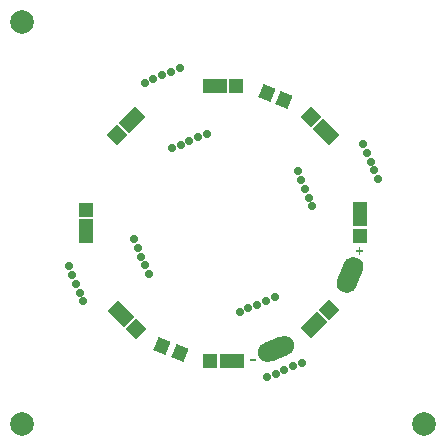
<source format=gts>
G04*
G04 #@! TF.GenerationSoftware,Altium Limited,Altium Designer,22.2.1 (43)*
G04*
G04 Layer_Color=8388736*
%FSLAX25Y25*%
%MOIN*%
G70*
G04*
G04 #@! TF.SameCoordinates,70B15B9A-0B0E-40B4-BC6F-C93E4DF4F8A9*
G04*
G04*
G04 #@! TF.FilePolarity,Negative*
G04*
G01*
G75*
%ADD35C,0.07874*%
%ADD36P,0.06699X4X360.0*%
G04:AMPARAMS|DCode=37|XSize=78.87mil|YSize=47.37mil|CornerRadius=0mil|HoleSize=0mil|Usage=FLASHONLY|Rotation=314.979|XOffset=0mil|YOffset=0mil|HoleType=Round|Shape=Rectangle|*
%AMROTATEDRECTD37*
4,1,4,-0.04463,0.01115,-0.01112,0.04464,0.04463,-0.01115,0.01112,-0.04464,-0.04463,0.01115,0.0*
%
%ADD37ROTATEDRECTD37*%

G04:AMPARAMS|DCode=38|XSize=43.43mil|YSize=47.37mil|CornerRadius=0mil|HoleSize=0mil|Usage=FLASHONLY|Rotation=157.500|XOffset=0mil|YOffset=0mil|HoleType=Round|Shape=Rectangle|*
%AMROTATEDRECTD38*
4,1,4,0.02913,0.01357,0.01100,-0.03019,-0.02913,-0.01357,-0.01100,0.03019,0.02913,0.01357,0.0*
%
%ADD38ROTATEDRECTD38*%

%ADD39R,0.04737X0.04737*%
%ADD40R,0.07887X0.04737*%
%ADD41P,0.06699X4X90.0*%
G04:AMPARAMS|DCode=42|XSize=78.87mil|YSize=47.37mil|CornerRadius=0mil|HoleSize=0mil|Usage=FLASHONLY|Rotation=44.979|XOffset=0mil|YOffset=0mil|HoleType=Round|Shape=Rectangle|*
%AMROTATEDRECTD42*
4,1,4,-0.01115,-0.04463,-0.04464,-0.01112,0.01115,0.04463,0.04464,0.01112,-0.01115,-0.04463,0.0*
%
%ADD42ROTATEDRECTD42*%

%ADD43R,0.04737X0.04737*%
%ADD44R,0.04737X0.07887*%
G04:AMPARAMS|DCode=45|XSize=43.43mil|YSize=47.37mil|CornerRadius=0mil|HoleSize=0mil|Usage=FLASHONLY|Rotation=157.500|XOffset=0mil|YOffset=0mil|HoleType=Round|Shape=Rectangle|*
%AMROTATEDRECTD45*
4,1,4,0.02913,0.01357,0.01100,-0.03019,-0.02913,-0.01357,-0.01100,0.03019,0.02913,0.01357,0.0*
%
%ADD45ROTATEDRECTD45*%

G04:AMPARAMS|DCode=46|XSize=126.11mil|YSize=67.06mil|CornerRadius=0mil|HoleSize=0mil|Usage=FLASHONLY|Rotation=22.500|XOffset=0mil|YOffset=0mil|HoleType=Round|Shape=Round|*
%AMOVALD46*
21,1,0.05906,0.06706,0.00000,0.00000,22.5*
1,1,0.06706,-0.02728,-0.01130*
1,1,0.06706,0.02728,0.01130*
%
%ADD46OVALD46*%

G04:AMPARAMS|DCode=47|XSize=126.11mil|YSize=67.06mil|CornerRadius=0mil|HoleSize=0mil|Usage=FLASHONLY|Rotation=67.500|XOffset=0mil|YOffset=0mil|HoleType=Round|Shape=Round|*
%AMOVALD47*
21,1,0.05906,0.06706,0.00000,0.00000,67.5*
1,1,0.06706,-0.01130,-0.02728*
1,1,0.06706,0.01130,0.02728*
%
%ADD47OVALD47*%

%ADD48C,0.02769*%
G36*
X89535Y32697D02*
X87630D01*
Y33320D01*
X89535D01*
Y32697D01*
D02*
G37*
G36*
X124368Y69587D02*
X125412D01*
Y69146D01*
X124368D01*
Y68093D01*
X123922D01*
Y69146D01*
X122878D01*
Y69587D01*
X123922D01*
Y70631D01*
X124368D01*
Y69587D01*
D02*
G37*
D35*
X11811Y145669D02*
D03*
X145669Y11811D02*
D03*
X11811D02*
D03*
D36*
X107972Y114097D02*
D03*
X49506Y43382D02*
D03*
D37*
X112981Y109084D02*
D03*
X44500Y48398D02*
D03*
D38*
X99127Y119728D02*
D03*
X93307Y122138D02*
D03*
D39*
X83071Y124409D02*
D03*
X74410Y32677D02*
D03*
D40*
X75984Y124409D02*
D03*
X81496Y32677D02*
D03*
D41*
X43384Y107972D02*
D03*
X114095Y49509D02*
D03*
D42*
X48397Y112981D02*
D03*
X109084Y44498D02*
D03*
D43*
X33071Y83071D02*
D03*
X124409Y74410D02*
D03*
D44*
X33071Y75984D02*
D03*
X124409Y81496D02*
D03*
D45*
X64173Y35342D02*
D03*
X58353Y37753D02*
D03*
D46*
X96217Y36547D02*
D03*
D47*
X120933Y61263D02*
D03*
D48*
X67440Y106020D02*
D03*
X70350Y107225D02*
D03*
X64531Y104815D02*
D03*
X61621Y103609D02*
D03*
X73260Y108431D02*
D03*
X51460Y67440D02*
D03*
X50255Y70350D02*
D03*
X52666Y64531D02*
D03*
X53871Y61621D02*
D03*
X49050Y73260D02*
D03*
X106020Y90040D02*
D03*
X107225Y87130D02*
D03*
X104815Y92950D02*
D03*
X103609Y95860D02*
D03*
X108431Y84220D02*
D03*
X84220Y49050D02*
D03*
X95860Y53871D02*
D03*
X92950Y52666D02*
D03*
X87130Y50255D02*
D03*
X90040Y51460D02*
D03*
X61310Y129049D02*
D03*
X58401Y127844D02*
D03*
X55491Y126639D02*
D03*
X52581Y125433D02*
D03*
X64220Y130255D02*
D03*
X28431Y61310D02*
D03*
X29636Y58401D02*
D03*
X30842Y55491D02*
D03*
X32047Y52581D02*
D03*
X27226Y64220D02*
D03*
X129049Y96170D02*
D03*
X127844Y99080D02*
D03*
X126639Y101989D02*
D03*
X125433Y104899D02*
D03*
X130255Y93260D02*
D03*
X93260Y27226D02*
D03*
X104899Y32047D02*
D03*
X101989Y30842D02*
D03*
X99080Y29636D02*
D03*
X96170Y28431D02*
D03*
M02*

</source>
